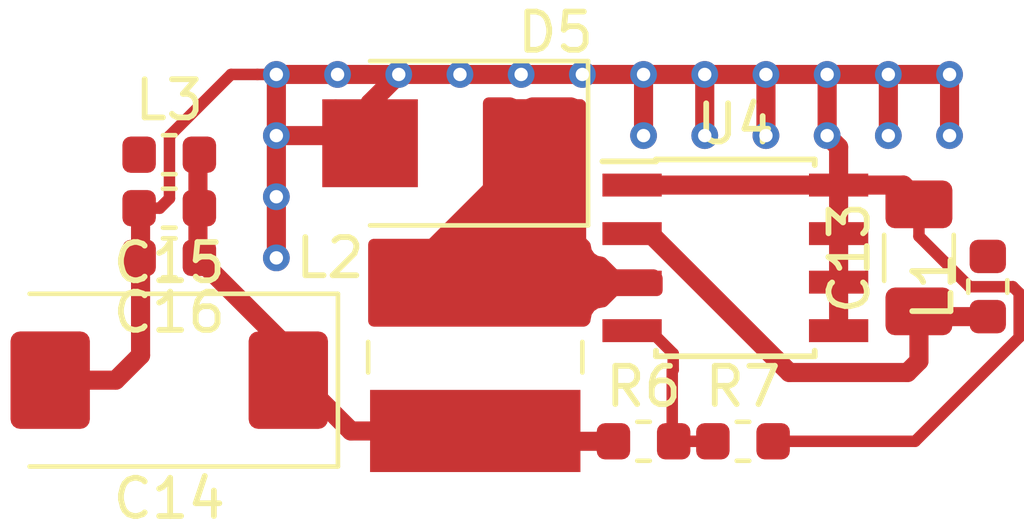
<source format=kicad_pcb>
(kicad_pcb (version 20171130) (host pcbnew 5.0.0+dfsg1-2~bpo9+1)

  (general
    (thickness 1.6)
    (drawings 0)
    (tracks 102)
    (zones 0)
    (modules 11)
    (nets 6)
  )

  (page A4)
  (layers
    (0 F.Cu signal)
    (31 B.Cu signal)
    (32 B.Adhes user)
    (33 F.Adhes user)
    (34 B.Paste user)
    (35 F.Paste user)
    (36 B.SilkS user)
    (37 F.SilkS user)
    (38 B.Mask user)
    (39 F.Mask user)
    (40 Dwgs.User user)
    (41 Cmts.User user)
    (42 Eco1.User user)
    (43 Eco2.User user)
    (44 Edge.Cuts user)
    (45 Margin user)
    (46 B.CrtYd user)
    (47 F.CrtYd user)
    (48 B.Fab user hide)
    (49 F.Fab user hide)
  )

  (setup
    (last_trace_width 0.3)
    (user_trace_width 0.3)
    (user_trace_width 0.5)
    (trace_clearance 0.195)
    (zone_clearance 0.3)
    (zone_45_only yes)
    (trace_min 0.2)
    (segment_width 0.2)
    (edge_width 0.1)
    (via_size 0.7)
    (via_drill 0.35)
    (via_min_size 0.4)
    (via_min_drill 0.3)
    (uvia_size 0.3)
    (uvia_drill 0.1)
    (uvias_allowed no)
    (uvia_min_size 0.2)
    (uvia_min_drill 0.1)
    (pcb_text_width 0.3)
    (pcb_text_size 1.5 1.5)
    (mod_edge_width 0.15)
    (mod_text_size 1 1)
    (mod_text_width 0.15)
    (pad_size 0.7 0.7)
    (pad_drill 0.35)
    (pad_to_mask_clearance 0)
    (aux_axis_origin 0 0)
    (visible_elements FFFFFF7F)
    (pcbplotparams
      (layerselection 0x00030_80000001)
      (usegerberextensions false)
      (usegerberattributes false)
      (usegerberadvancedattributes false)
      (creategerberjobfile false)
      (excludeedgelayer true)
      (linewidth 0.100000)
      (plotframeref false)
      (viasonmask false)
      (mode 1)
      (useauxorigin false)
      (hpglpennumber 1)
      (hpglpenspeed 20)
      (hpglpendiameter 15.000000)
      (psnegative false)
      (psa4output false)
      (plotreference true)
      (plotvalue true)
      (plotinvisibletext false)
      (padsonsilk false)
      (subtractmaskfromsilk false)
      (outputformat 1)
      (mirror false)
      (drillshape 1)
      (scaleselection 1)
      (outputdirectory ""))
  )

  (net 0 "")
  (net 1 /VIN_PROTECTED)
  (net 2 GND)
  (net 3 /5V_UNPROTECTED)
  (net 4 /SW)
  (net 5 /FB)

  (net_class Default "This is the default net class."
    (clearance 0.195)
    (trace_width 0.3)
    (via_dia 0.7)
    (via_drill 0.35)
    (uvia_dia 0.3)
    (uvia_drill 0.1)
    (add_net /FB)
  )

  (net_class Power ""
    (clearance 0.195)
    (trace_width 0.5)
    (via_dia 0.7)
    (via_drill 0.35)
    (uvia_dia 0.3)
    (uvia_drill 0.1)
    (add_net /5V_UNPROTECTED)
    (add_net /SW)
    (add_net /VIN_PROTECTED)
    (add_net GND)
  )

  (module Capacitor_SMD:C_1206_3216Metric (layer F.Cu) (tedit 5B301BBE) (tstamp 5BB352E3)
    (at 152.8 100 90)
    (descr "Capacitor SMD 1206 (3216 Metric), square (rectangular) end terminal, IPC_7351 nominal, (Body size source: http://www.tortai-tech.com/upload/download/2011102023233369053.pdf), generated with kicad-footprint-generator")
    (tags capacitor)
    (path /5BA11196)
    (attr smd)
    (fp_text reference C13 (at 0 -1.82 90) (layer F.SilkS)
      (effects (font (size 1 1) (thickness 0.15)))
    )
    (fp_text value "22uF, 35V" (at 0 1.82 90) (layer F.Fab)
      (effects (font (size 1 1) (thickness 0.15)))
    )
    (fp_line (start -1.6 0.8) (end -1.6 -0.8) (layer F.Fab) (width 0.1))
    (fp_line (start -1.6 -0.8) (end 1.6 -0.8) (layer F.Fab) (width 0.1))
    (fp_line (start 1.6 -0.8) (end 1.6 0.8) (layer F.Fab) (width 0.1))
    (fp_line (start 1.6 0.8) (end -1.6 0.8) (layer F.Fab) (width 0.1))
    (fp_line (start -0.602064 -0.91) (end 0.602064 -0.91) (layer F.SilkS) (width 0.12))
    (fp_line (start -0.602064 0.91) (end 0.602064 0.91) (layer F.SilkS) (width 0.12))
    (fp_line (start -2.28 1.12) (end -2.28 -1.12) (layer F.CrtYd) (width 0.05))
    (fp_line (start -2.28 -1.12) (end 2.28 -1.12) (layer F.CrtYd) (width 0.05))
    (fp_line (start 2.28 -1.12) (end 2.28 1.12) (layer F.CrtYd) (width 0.05))
    (fp_line (start 2.28 1.12) (end -2.28 1.12) (layer F.CrtYd) (width 0.05))
    (fp_text user %R (at 0 0 90) (layer F.Fab)
      (effects (font (size 0.8 0.8) (thickness 0.12)))
    )
    (pad 1 smd roundrect (at -1.4 0 90) (size 1.25 1.75) (layers F.Cu F.Paste F.Mask) (roundrect_rratio 0.2)
      (net 1 /VIN_PROTECTED))
    (pad 2 smd roundrect (at 1.4 0 90) (size 1.25 1.75) (layers F.Cu F.Paste F.Mask) (roundrect_rratio 0.2)
      (net 2 GND))
    (model ${KISYS3DMOD}/Capacitor_SMD.3dshapes/C_1206_3216Metric.wrl
      (at (xyz 0 0 0))
      (scale (xyz 1 1 1))
      (rotate (xyz 0 0 0))
    )
  )

  (module Capacitor_Tantalum_SMD:CP_EIA-7343-31_Kemet-D (layer F.Cu) (tedit 5B301BBE) (tstamp 5BB352F3)
    (at 133.2 103.2 180)
    (descr "Tantalum Capacitor SMD Kemet-D (7343-31 Metric), IPC_7351 nominal, (Body size from: http://www.kemet.com/Lists/ProductCatalog/Attachments/253/KEM_TC101_STD.pdf), generated with kicad-footprint-generator")
    (tags "capacitor tantalum")
    (path /5BA110CE)
    (attr smd)
    (fp_text reference C14 (at 0 -3.1 180) (layer F.SilkS)
      (effects (font (size 1 1) (thickness 0.15)))
    )
    (fp_text value "470u, 6.3V" (at 0 3.1 180) (layer F.Fab)
      (effects (font (size 1 1) (thickness 0.15)))
    )
    (fp_line (start 3.65 -2.15) (end -2.65 -2.15) (layer F.Fab) (width 0.1))
    (fp_line (start -2.65 -2.15) (end -3.65 -1.15) (layer F.Fab) (width 0.1))
    (fp_line (start -3.65 -1.15) (end -3.65 2.15) (layer F.Fab) (width 0.1))
    (fp_line (start -3.65 2.15) (end 3.65 2.15) (layer F.Fab) (width 0.1))
    (fp_line (start 3.65 2.15) (end 3.65 -2.15) (layer F.Fab) (width 0.1))
    (fp_line (start 3.65 -2.26) (end -4.41 -2.26) (layer F.SilkS) (width 0.12))
    (fp_line (start -4.41 -2.26) (end -4.41 2.26) (layer F.SilkS) (width 0.12))
    (fp_line (start -4.41 2.26) (end 3.65 2.26) (layer F.SilkS) (width 0.12))
    (fp_line (start -4.4 2.4) (end -4.4 -2.4) (layer F.CrtYd) (width 0.05))
    (fp_line (start -4.4 -2.4) (end 4.4 -2.4) (layer F.CrtYd) (width 0.05))
    (fp_line (start 4.4 -2.4) (end 4.4 2.4) (layer F.CrtYd) (width 0.05))
    (fp_line (start 4.4 2.4) (end -4.4 2.4) (layer F.CrtYd) (width 0.05))
    (fp_text user %R (at 0 0 180) (layer F.Fab)
      (effects (font (size 1 1) (thickness 0.15)))
    )
    (pad 1 smd roundrect (at -3.1125 0 180) (size 2.075 2.55) (layers F.Cu F.Paste F.Mask) (roundrect_rratio 0.120482)
      (net 3 /5V_UNPROTECTED))
    (pad 2 smd roundrect (at 3.1125 0 180) (size 2.075 2.55) (layers F.Cu F.Paste F.Mask) (roundrect_rratio 0.120482)
      (net 2 GND))
    (model ${KISYS3DMOD}/Capacitor_Tantalum_SMD.3dshapes/CP_EIA-7343-31_Kemet-D.wrl
      (at (xyz 0 0 0))
      (scale (xyz 1 1 1))
      (rotate (xyz 0 0 0))
    )
  )

  (module Capacitor_SMD:C_0603_1608Metric (layer F.Cu) (tedit 5B301BBE) (tstamp 5BB35305)
    (at 133.2 98.7 180)
    (descr "Capacitor SMD 0603 (1608 Metric), square (rectangular) end terminal, IPC_7351 nominal, (Body size source: http://www.tortai-tech.com/upload/download/2011102023233369053.pdf), generated with kicad-footprint-generator")
    (tags capacitor)
    (path /5BA11119)
    (attr smd)
    (fp_text reference C15 (at 0 -1.43 180) (layer F.SilkS)
      (effects (font (size 1 1) (thickness 0.15)))
    )
    (fp_text value "4u7, 6.3V" (at 0 1.43 180) (layer F.Fab)
      (effects (font (size 1 1) (thickness 0.15)))
    )
    (fp_line (start -0.8 0.4) (end -0.8 -0.4) (layer F.Fab) (width 0.1))
    (fp_line (start -0.8 -0.4) (end 0.8 -0.4) (layer F.Fab) (width 0.1))
    (fp_line (start 0.8 -0.4) (end 0.8 0.4) (layer F.Fab) (width 0.1))
    (fp_line (start 0.8 0.4) (end -0.8 0.4) (layer F.Fab) (width 0.1))
    (fp_line (start -0.162779 -0.51) (end 0.162779 -0.51) (layer F.SilkS) (width 0.12))
    (fp_line (start -0.162779 0.51) (end 0.162779 0.51) (layer F.SilkS) (width 0.12))
    (fp_line (start -1.48 0.73) (end -1.48 -0.73) (layer F.CrtYd) (width 0.05))
    (fp_line (start -1.48 -0.73) (end 1.48 -0.73) (layer F.CrtYd) (width 0.05))
    (fp_line (start 1.48 -0.73) (end 1.48 0.73) (layer F.CrtYd) (width 0.05))
    (fp_line (start 1.48 0.73) (end -1.48 0.73) (layer F.CrtYd) (width 0.05))
    (fp_text user %R (at 0 0 180) (layer F.Fab)
      (effects (font (size 0.4 0.4) (thickness 0.06)))
    )
    (pad 1 smd roundrect (at -0.7875 0 180) (size 0.875 0.95) (layers F.Cu F.Paste F.Mask) (roundrect_rratio 0.25)
      (net 3 /5V_UNPROTECTED))
    (pad 2 smd roundrect (at 0.7875 0 180) (size 0.875 0.95) (layers F.Cu F.Paste F.Mask) (roundrect_rratio 0.25)
      (net 2 GND))
    (model ${KISYS3DMOD}/Capacitor_SMD.3dshapes/C_0603_1608Metric.wrl
      (at (xyz 0 0 0))
      (scale (xyz 1 1 1))
      (rotate (xyz 0 0 0))
    )
  )

  (module Capacitor_SMD:C_0603_1608Metric (layer F.Cu) (tedit 5B301BBE) (tstamp 5BB35315)
    (at 133.2 100 180)
    (descr "Capacitor SMD 0603 (1608 Metric), square (rectangular) end terminal, IPC_7351 nominal, (Body size source: http://www.tortai-tech.com/upload/download/2011102023233369053.pdf), generated with kicad-footprint-generator")
    (tags capacitor)
    (path /5BA11162)
    (attr smd)
    (fp_text reference C16 (at 0 -1.43 180) (layer F.SilkS)
      (effects (font (size 1 1) (thickness 0.15)))
    )
    (fp_text value 100n (at 0 1.43 180) (layer F.Fab)
      (effects (font (size 1 1) (thickness 0.15)))
    )
    (fp_text user %R (at 0 0 180) (layer F.Fab)
      (effects (font (size 0.4 0.4) (thickness 0.06)))
    )
    (fp_line (start 1.48 0.73) (end -1.48 0.73) (layer F.CrtYd) (width 0.05))
    (fp_line (start 1.48 -0.73) (end 1.48 0.73) (layer F.CrtYd) (width 0.05))
    (fp_line (start -1.48 -0.73) (end 1.48 -0.73) (layer F.CrtYd) (width 0.05))
    (fp_line (start -1.48 0.73) (end -1.48 -0.73) (layer F.CrtYd) (width 0.05))
    (fp_line (start -0.162779 0.51) (end 0.162779 0.51) (layer F.SilkS) (width 0.12))
    (fp_line (start -0.162779 -0.51) (end 0.162779 -0.51) (layer F.SilkS) (width 0.12))
    (fp_line (start 0.8 0.4) (end -0.8 0.4) (layer F.Fab) (width 0.1))
    (fp_line (start 0.8 -0.4) (end 0.8 0.4) (layer F.Fab) (width 0.1))
    (fp_line (start -0.8 -0.4) (end 0.8 -0.4) (layer F.Fab) (width 0.1))
    (fp_line (start -0.8 0.4) (end -0.8 -0.4) (layer F.Fab) (width 0.1))
    (pad 2 smd roundrect (at 0.7875 0 180) (size 0.875 0.95) (layers F.Cu F.Paste F.Mask) (roundrect_rratio 0.25)
      (net 2 GND))
    (pad 1 smd roundrect (at -0.7875 0 180) (size 0.875 0.95) (layers F.Cu F.Paste F.Mask) (roundrect_rratio 0.25)
      (net 3 /5V_UNPROTECTED))
    (model ${KISYS3DMOD}/Capacitor_SMD.3dshapes/C_0603_1608Metric.wrl
      (at (xyz 0 0 0))
      (scale (xyz 1 1 1))
      (rotate (xyz 0 0 0))
    )
  )

  (module Diode_SMD:D_SMB (layer F.Cu) (tedit 58645DF3) (tstamp 5BB35325)
    (at 140.6 97 180)
    (descr "Diode SMB (DO-214AA)")
    (tags "Diode SMB (DO-214AA)")
    (path /5BA10E06)
    (attr smd)
    (fp_text reference D5 (at -2.7 2.9 180) (layer F.SilkS)
      (effects (font (size 1 1) (thickness 0.15)))
    )
    (fp_text value "B260, 60V, 2A" (at 0 3.1 180) (layer F.Fab)
      (effects (font (size 1 1) (thickness 0.15)))
    )
    (fp_text user %R (at 0 -3 180) (layer F.Fab)
      (effects (font (size 1 1) (thickness 0.15)))
    )
    (fp_line (start -3.55 -2.15) (end -3.55 2.15) (layer F.SilkS) (width 0.12))
    (fp_line (start 2.3 2) (end -2.3 2) (layer F.Fab) (width 0.1))
    (fp_line (start -2.3 2) (end -2.3 -2) (layer F.Fab) (width 0.1))
    (fp_line (start 2.3 -2) (end 2.3 2) (layer F.Fab) (width 0.1))
    (fp_line (start 2.3 -2) (end -2.3 -2) (layer F.Fab) (width 0.1))
    (fp_line (start -3.65 -2.25) (end 3.65 -2.25) (layer F.CrtYd) (width 0.05))
    (fp_line (start 3.65 -2.25) (end 3.65 2.25) (layer F.CrtYd) (width 0.05))
    (fp_line (start 3.65 2.25) (end -3.65 2.25) (layer F.CrtYd) (width 0.05))
    (fp_line (start -3.65 2.25) (end -3.65 -2.25) (layer F.CrtYd) (width 0.05))
    (fp_line (start -0.64944 0.00102) (end -1.55114 0.00102) (layer F.Fab) (width 0.1))
    (fp_line (start 0.50118 0.00102) (end 1.4994 0.00102) (layer F.Fab) (width 0.1))
    (fp_line (start -0.64944 -0.79908) (end -0.64944 0.80112) (layer F.Fab) (width 0.1))
    (fp_line (start 0.50118 0.75032) (end 0.50118 -0.79908) (layer F.Fab) (width 0.1))
    (fp_line (start -0.64944 0.00102) (end 0.50118 0.75032) (layer F.Fab) (width 0.1))
    (fp_line (start -0.64944 0.00102) (end 0.50118 -0.79908) (layer F.Fab) (width 0.1))
    (fp_line (start -3.55 2.15) (end 2.15 2.15) (layer F.SilkS) (width 0.12))
    (fp_line (start -3.55 -2.15) (end 2.15 -2.15) (layer F.SilkS) (width 0.12))
    (pad 1 smd rect (at -2.15 0 180) (size 2.5 2.3) (layers F.Cu F.Paste F.Mask)
      (net 4 /SW))
    (pad 2 smd rect (at 2.15 0 180) (size 2.5 2.3) (layers F.Cu F.Paste F.Mask)
      (net 2 GND))
    (model ${KISYS3DMOD}/Diode_SMD.3dshapes/D_SMB.wrl
      (at (xyz 0 0 0))
      (scale (xyz 1 1 1))
      (rotate (xyz 0 0 0))
    )
  )

  (module Resistor_SMD:R_0603_1608Metric (layer F.Cu) (tedit 5B301BBD) (tstamp 5BB3533C)
    (at 154.6 100.75 90)
    (descr "Resistor SMD 0603 (1608 Metric), square (rectangular) end terminal, IPC_7351 nominal, (Body size source: http://www.tortai-tech.com/upload/download/2011102023233369053.pdf), generated with kicad-footprint-generator")
    (tags resistor)
    (path /5BA2521F)
    (attr smd)
    (fp_text reference L1 (at 0 -1.43 90) (layer F.SilkS)
      (effects (font (size 1 1) (thickness 0.15)))
    )
    (fp_text value "500mA Fuse" (at 0 1.43 90) (layer F.Fab)
      (effects (font (size 1 1) (thickness 0.15)))
    )
    (fp_text user %R (at 0 0 90) (layer F.Fab)
      (effects (font (size 0.4 0.4) (thickness 0.06)))
    )
    (fp_line (start 1.48 0.73) (end -1.48 0.73) (layer F.CrtYd) (width 0.05))
    (fp_line (start 1.48 -0.73) (end 1.48 0.73) (layer F.CrtYd) (width 0.05))
    (fp_line (start -1.48 -0.73) (end 1.48 -0.73) (layer F.CrtYd) (width 0.05))
    (fp_line (start -1.48 0.73) (end -1.48 -0.73) (layer F.CrtYd) (width 0.05))
    (fp_line (start -0.162779 0.51) (end 0.162779 0.51) (layer F.SilkS) (width 0.12))
    (fp_line (start -0.162779 -0.51) (end 0.162779 -0.51) (layer F.SilkS) (width 0.12))
    (fp_line (start 0.8 0.4) (end -0.8 0.4) (layer F.Fab) (width 0.1))
    (fp_line (start 0.8 -0.4) (end 0.8 0.4) (layer F.Fab) (width 0.1))
    (fp_line (start -0.8 -0.4) (end 0.8 -0.4) (layer F.Fab) (width 0.1))
    (fp_line (start -0.8 0.4) (end -0.8 -0.4) (layer F.Fab) (width 0.1))
    (pad 2 smd roundrect (at 0.7875 0 90) (size 0.875 0.95) (layers F.Cu F.Paste F.Mask) (roundrect_rratio 0.25))
    (pad 1 smd roundrect (at -0.7875 0 90) (size 0.875 0.95) (layers F.Cu F.Paste F.Mask) (roundrect_rratio 0.25)
      (net 1 /VIN_PROTECTED))
    (model ${KISYS3DMOD}/Resistor_SMD.3dshapes/R_0603_1608Metric.wrl
      (at (xyz 0 0 0))
      (scale (xyz 1 1 1))
      (rotate (xyz 0 0 0))
    )
  )

  (module Inductor_SMD:L_Wuerth_WE-PD2-Typ-MS (layer F.Cu) (tedit 5990349D) (tstamp 5BB3534C)
    (at 141.2 102.6 270)
    (descr "Choke, Drossel, WE-PD2, Typ MS, Wuerth, SMD,")
    (tags "Choke Drossel WE-PD2 TypMS Wuerth SMD ")
    (path /5BA10FBE)
    (attr smd)
    (fp_text reference L2 (at -2.6 3.8) (layer F.SilkS)
      (effects (font (size 1 1) (thickness 0.15)))
    )
    (fp_text value "68uH, 560mA" (at 0 4 270) (layer F.Fab)
      (effects (font (size 1 1) (thickness 0.15)))
    )
    (fp_text user %R (at 0 0 270) (layer F.Fab)
      (effects (font (size 1 1) (thickness 0.15)))
    )
    (fp_line (start -2.2 -2.6) (end 2.2 -2.6) (layer F.Fab) (width 0.1))
    (fp_line (start 2.2 2.6) (end -2.2 2.6) (layer F.Fab) (width 0.1))
    (fp_line (start 3.25 -3) (end 3.25 3) (layer F.CrtYd) (width 0.05))
    (fp_line (start 3.25 3) (end -3.25 3) (layer F.CrtYd) (width 0.05))
    (fp_line (start -3.25 3) (end -3.25 -3) (layer F.CrtYd) (width 0.05))
    (fp_line (start -3.25 -3) (end 3.25 -3) (layer F.CrtYd) (width 0.05))
    (fp_line (start -0.4 2.8) (end 0.4 2.8) (layer F.SilkS) (width 0.12))
    (fp_line (start -0.4 -2.8) (end 0.4 -2.8) (layer F.SilkS) (width 0.12))
    (fp_arc (start -2.9 0) (end 2.3 -2.5) (angle 52) (layer F.Fab) (width 0.1))
    (fp_arc (start 2.9 0) (end -2.3 2.5) (angle 52) (layer F.Fab) (width 0.1))
    (pad 1 smd rect (at -1.93 0 270) (size 2.15 5.5) (layers F.Cu F.Paste F.Mask)
      (net 4 /SW))
    (pad 2 smd rect (at 1.93 0 270) (size 2.15 5.5) (layers F.Cu F.Paste F.Mask)
      (net 3 /5V_UNPROTECTED))
    (model ${KISYS3DMOD}/Inductor_SMD.3dshapes/L_Wuerth_WE-PD2-Typ-MS.wrl
      (at (xyz 0 0 0))
      (scale (xyz 1 1 1))
      (rotate (xyz 0 0 0))
    )
  )

  (module Resistor_SMD:R_0603_1608Metric (layer F.Cu) (tedit 5B301BBD) (tstamp 5BB3535C)
    (at 133.2 97.3)
    (descr "Resistor SMD 0603 (1608 Metric), square (rectangular) end terminal, IPC_7351 nominal, (Body size source: http://www.tortai-tech.com/upload/download/2011102023233369053.pdf), generated with kicad-footprint-generator")
    (tags resistor)
    (path /5BA24C16)
    (attr smd)
    (fp_text reference L3 (at 0 -1.43) (layer F.SilkS)
      (effects (font (size 1 1) (thickness 0.15)))
    )
    (fp_text value "500mA Fuse" (at 0 1.43) (layer F.Fab)
      (effects (font (size 1 1) (thickness 0.15)))
    )
    (fp_line (start -0.8 0.4) (end -0.8 -0.4) (layer F.Fab) (width 0.1))
    (fp_line (start -0.8 -0.4) (end 0.8 -0.4) (layer F.Fab) (width 0.1))
    (fp_line (start 0.8 -0.4) (end 0.8 0.4) (layer F.Fab) (width 0.1))
    (fp_line (start 0.8 0.4) (end -0.8 0.4) (layer F.Fab) (width 0.1))
    (fp_line (start -0.162779 -0.51) (end 0.162779 -0.51) (layer F.SilkS) (width 0.12))
    (fp_line (start -0.162779 0.51) (end 0.162779 0.51) (layer F.SilkS) (width 0.12))
    (fp_line (start -1.48 0.73) (end -1.48 -0.73) (layer F.CrtYd) (width 0.05))
    (fp_line (start -1.48 -0.73) (end 1.48 -0.73) (layer F.CrtYd) (width 0.05))
    (fp_line (start 1.48 -0.73) (end 1.48 0.73) (layer F.CrtYd) (width 0.05))
    (fp_line (start 1.48 0.73) (end -1.48 0.73) (layer F.CrtYd) (width 0.05))
    (fp_text user %R (at 0 0) (layer F.Fab)
      (effects (font (size 0.4 0.4) (thickness 0.06)))
    )
    (pad 1 smd roundrect (at -0.7875 0) (size 0.875 0.95) (layers F.Cu F.Paste F.Mask) (roundrect_rratio 0.25))
    (pad 2 smd roundrect (at 0.7875 0) (size 0.875 0.95) (layers F.Cu F.Paste F.Mask) (roundrect_rratio 0.25)
      (net 3 /5V_UNPROTECTED))
    (model ${KISYS3DMOD}/Resistor_SMD.3dshapes/R_0603_1608Metric.wrl
      (at (xyz 0 0 0))
      (scale (xyz 1 1 1))
      (rotate (xyz 0 0 0))
    )
  )

  (module Resistor_SMD:R_0603_1608Metric (layer F.Cu) (tedit 5B301BBD) (tstamp 5BB3536C)
    (at 145.6 104.8)
    (descr "Resistor SMD 0603 (1608 Metric), square (rectangular) end terminal, IPC_7351 nominal, (Body size source: http://www.tortai-tech.com/upload/download/2011102023233369053.pdf), generated with kicad-footprint-generator")
    (tags resistor)
    (path /5BA11005)
    (attr smd)
    (fp_text reference R6 (at 0 -1.43) (layer F.SilkS)
      (effects (font (size 1 1) (thickness 0.15)))
    )
    (fp_text value 15k (at 0 1.43) (layer F.Fab)
      (effects (font (size 1 1) (thickness 0.15)))
    )
    (fp_line (start -0.8 0.4) (end -0.8 -0.4) (layer F.Fab) (width 0.1))
    (fp_line (start -0.8 -0.4) (end 0.8 -0.4) (layer F.Fab) (width 0.1))
    (fp_line (start 0.8 -0.4) (end 0.8 0.4) (layer F.Fab) (width 0.1))
    (fp_line (start 0.8 0.4) (end -0.8 0.4) (layer F.Fab) (width 0.1))
    (fp_line (start -0.162779 -0.51) (end 0.162779 -0.51) (layer F.SilkS) (width 0.12))
    (fp_line (start -0.162779 0.51) (end 0.162779 0.51) (layer F.SilkS) (width 0.12))
    (fp_line (start -1.48 0.73) (end -1.48 -0.73) (layer F.CrtYd) (width 0.05))
    (fp_line (start -1.48 -0.73) (end 1.48 -0.73) (layer F.CrtYd) (width 0.05))
    (fp_line (start 1.48 -0.73) (end 1.48 0.73) (layer F.CrtYd) (width 0.05))
    (fp_line (start 1.48 0.73) (end -1.48 0.73) (layer F.CrtYd) (width 0.05))
    (fp_text user %R (at 0 0) (layer F.Fab)
      (effects (font (size 0.4 0.4) (thickness 0.06)))
    )
    (pad 1 smd roundrect (at -0.7875 0) (size 0.875 0.95) (layers F.Cu F.Paste F.Mask) (roundrect_rratio 0.25)
      (net 3 /5V_UNPROTECTED))
    (pad 2 smd roundrect (at 0.7875 0) (size 0.875 0.95) (layers F.Cu F.Paste F.Mask) (roundrect_rratio 0.25)
      (net 5 /FB))
    (model ${KISYS3DMOD}/Resistor_SMD.3dshapes/R_0603_1608Metric.wrl
      (at (xyz 0 0 0))
      (scale (xyz 1 1 1))
      (rotate (xyz 0 0 0))
    )
  )

  (module Resistor_SMD:R_0603_1608Metric (layer F.Cu) (tedit 5B301BBD) (tstamp 5BB3537C)
    (at 148.2 104.8)
    (descr "Resistor SMD 0603 (1608 Metric), square (rectangular) end terminal, IPC_7351 nominal, (Body size source: http://www.tortai-tech.com/upload/download/2011102023233369053.pdf), generated with kicad-footprint-generator")
    (tags resistor)
    (path /5BA1109C)
    (attr smd)
    (fp_text reference R7 (at 0 -1.43) (layer F.SilkS)
      (effects (font (size 1 1) (thickness 0.15)))
    )
    (fp_text value 4k7 (at 0 1.43) (layer F.Fab)
      (effects (font (size 1 1) (thickness 0.15)))
    )
    (fp_text user %R (at 0 0) (layer F.Fab)
      (effects (font (size 0.4 0.4) (thickness 0.06)))
    )
    (fp_line (start 1.48 0.73) (end -1.48 0.73) (layer F.CrtYd) (width 0.05))
    (fp_line (start 1.48 -0.73) (end 1.48 0.73) (layer F.CrtYd) (width 0.05))
    (fp_line (start -1.48 -0.73) (end 1.48 -0.73) (layer F.CrtYd) (width 0.05))
    (fp_line (start -1.48 0.73) (end -1.48 -0.73) (layer F.CrtYd) (width 0.05))
    (fp_line (start -0.162779 0.51) (end 0.162779 0.51) (layer F.SilkS) (width 0.12))
    (fp_line (start -0.162779 -0.51) (end 0.162779 -0.51) (layer F.SilkS) (width 0.12))
    (fp_line (start 0.8 0.4) (end -0.8 0.4) (layer F.Fab) (width 0.1))
    (fp_line (start 0.8 -0.4) (end 0.8 0.4) (layer F.Fab) (width 0.1))
    (fp_line (start -0.8 -0.4) (end 0.8 -0.4) (layer F.Fab) (width 0.1))
    (fp_line (start -0.8 0.4) (end -0.8 -0.4) (layer F.Fab) (width 0.1))
    (pad 2 smd roundrect (at 0.7875 0) (size 0.875 0.95) (layers F.Cu F.Paste F.Mask) (roundrect_rratio 0.25)
      (net 2 GND))
    (pad 1 smd roundrect (at -0.7875 0) (size 0.875 0.95) (layers F.Cu F.Paste F.Mask) (roundrect_rratio 0.25)
      (net 5 /FB))
    (model ${KISYS3DMOD}/Resistor_SMD.3dshapes/R_0603_1608Metric.wrl
      (at (xyz 0 0 0))
      (scale (xyz 1 1 1))
      (rotate (xyz 0 0 0))
    )
  )

  (module Package_SO:SOIC-8_3.9x4.9mm_P1.27mm (layer F.Cu) (tedit 5A02F2D3) (tstamp 5BB3538C)
    (at 148 100)
    (descr "8-Lead Plastic Small Outline (SN) - Narrow, 3.90 mm Body [SOIC] (see Microchip Packaging Specification 00000049BS.pdf)")
    (tags "SOIC 1.27")
    (path /5BA10D91)
    (attr smd)
    (fp_text reference U4 (at 0 -3.5) (layer F.SilkS)
      (effects (font (size 1 1) (thickness 0.15)))
    )
    (fp_text value MIC4680YM (at 0 3.5) (layer F.Fab)
      (effects (font (size 1 1) (thickness 0.15)))
    )
    (fp_text user %R (at 0 0) (layer F.Fab)
      (effects (font (size 1 1) (thickness 0.15)))
    )
    (fp_line (start -0.95 -2.45) (end 1.95 -2.45) (layer F.Fab) (width 0.1))
    (fp_line (start 1.95 -2.45) (end 1.95 2.45) (layer F.Fab) (width 0.1))
    (fp_line (start 1.95 2.45) (end -1.95 2.45) (layer F.Fab) (width 0.1))
    (fp_line (start -1.95 2.45) (end -1.95 -1.45) (layer F.Fab) (width 0.1))
    (fp_line (start -1.95 -1.45) (end -0.95 -2.45) (layer F.Fab) (width 0.1))
    (fp_line (start -3.73 -2.7) (end -3.73 2.7) (layer F.CrtYd) (width 0.05))
    (fp_line (start 3.73 -2.7) (end 3.73 2.7) (layer F.CrtYd) (width 0.05))
    (fp_line (start -3.73 -2.7) (end 3.73 -2.7) (layer F.CrtYd) (width 0.05))
    (fp_line (start -3.73 2.7) (end 3.73 2.7) (layer F.CrtYd) (width 0.05))
    (fp_line (start -2.075 -2.575) (end -2.075 -2.525) (layer F.SilkS) (width 0.15))
    (fp_line (start 2.075 -2.575) (end 2.075 -2.43) (layer F.SilkS) (width 0.15))
    (fp_line (start 2.075 2.575) (end 2.075 2.43) (layer F.SilkS) (width 0.15))
    (fp_line (start -2.075 2.575) (end -2.075 2.43) (layer F.SilkS) (width 0.15))
    (fp_line (start -2.075 -2.575) (end 2.075 -2.575) (layer F.SilkS) (width 0.15))
    (fp_line (start -2.075 2.575) (end 2.075 2.575) (layer F.SilkS) (width 0.15))
    (fp_line (start -2.075 -2.525) (end -3.475 -2.525) (layer F.SilkS) (width 0.15))
    (pad 1 smd rect (at -2.7 -1.905) (size 1.55 0.6) (layers F.Cu F.Paste F.Mask)
      (net 2 GND))
    (pad 2 smd rect (at -2.7 -0.635) (size 1.55 0.6) (layers F.Cu F.Paste F.Mask)
      (net 1 /VIN_PROTECTED))
    (pad 3 smd rect (at -2.7 0.635) (size 1.55 0.6) (layers F.Cu F.Paste F.Mask)
      (net 4 /SW))
    (pad 4 smd rect (at -2.7 1.905) (size 1.55 0.6) (layers F.Cu F.Paste F.Mask)
      (net 5 /FB))
    (pad 5 smd rect (at 2.7 1.905) (size 1.55 0.6) (layers F.Cu F.Paste F.Mask)
      (net 2 GND))
    (pad 6 smd rect (at 2.7 0.635) (size 1.55 0.6) (layers F.Cu F.Paste F.Mask)
      (net 2 GND))
    (pad 7 smd rect (at 2.7 -0.635) (size 1.55 0.6) (layers F.Cu F.Paste F.Mask)
      (net 2 GND))
    (pad 8 smd rect (at 2.7 -1.905) (size 1.55 0.6) (layers F.Cu F.Paste F.Mask)
      (net 2 GND))
    (model ${KISYS3DMOD}/Package_SO.3dshapes/SOIC-8_3.9x4.9mm_P1.27mm.wrl
      (at (xyz 0 0 0))
      (scale (xyz 1 1 1))
      (rotate (xyz 0 0 0))
    )
  )

  (segment (start 152.9375 101.5375) (end 152.8 101.4) (width 0.5) (layer F.Cu) (net 1))
  (segment (start 154.6 101.5375) (end 152.9375 101.5375) (width 0.5) (layer F.Cu) (net 1))
  (segment (start 145.775 99.365) (end 149.060001 102.650001) (width 0.5) (layer F.Cu) (net 1))
  (segment (start 145.3 99.365) (end 145.775 99.365) (width 0.5) (layer F.Cu) (net 1))
  (segment (start 152.5 103) (end 149.41 103) (width 0.5) (layer F.Cu) (net 1))
  (segment (start 149.41 103) (end 149.060001 102.650001) (width 0.5) (layer F.Cu) (net 1))
  (segment (start 152.8 102.7) (end 152.5 103) (width 0.5) (layer F.Cu) (net 1))
  (segment (start 152.8 101.4) (end 152.8 102.7) (width 0.5) (layer F.Cu) (net 1))
  (segment (start 145.6 96.8) (end 145.6 95.2) (width 0.5) (layer F.Cu) (net 2))
  (segment (start 147.2 96.8) (end 147.2 95.2) (width 0.5) (layer F.Cu) (net 2))
  (segment (start 148.8 96.8) (end 148.8 95.2) (width 0.5) (layer F.Cu) (net 2))
  (segment (start 150.7 98.095) (end 150.7 97.1) (width 0.5) (layer F.Cu) (net 2))
  (segment (start 150.7 97.1) (end 150.4 96.8) (width 0.5) (layer F.Cu) (net 2))
  (segment (start 150.4 96.8) (end 150.4 95.2) (width 0.5) (layer F.Cu) (net 2))
  (segment (start 152 96.8) (end 152 95.2) (width 0.5) (layer F.Cu) (net 2))
  (segment (start 153.6 95.2) (end 153.6 96.8) (width 0.5) (layer F.Cu) (net 2))
  (segment (start 152 95.2) (end 153.6 95.2) (width 0.5) (layer F.Cu) (net 2))
  (segment (start 150.4 95.2) (end 152 95.2) (width 0.5) (layer F.Cu) (net 2))
  (segment (start 148.8 95.2) (end 150.4 95.2) (width 0.5) (layer F.Cu) (net 2))
  (segment (start 147.2 95.2) (end 148.8 95.2) (width 0.5) (layer F.Cu) (net 2))
  (segment (start 145.6 95.2) (end 147.2 95.2) (width 0.5) (layer F.Cu) (net 2))
  (segment (start 144 95.2) (end 145.6 95.2) (width 0.5) (layer F.Cu) (net 2))
  (segment (start 142.4 95.2) (end 144 95.2) (width 0.5) (layer F.Cu) (net 2))
  (segment (start 140.8 95.2) (end 142.4 95.2) (width 0.5) (layer F.Cu) (net 2))
  (segment (start 138.45 97) (end 138.45 95.95) (width 0.5) (layer F.Cu) (net 2))
  (segment (start 138.45 95.95) (end 139.2 95.2) (width 0.5) (layer F.Cu) (net 2))
  (segment (start 139.2 95.2) (end 140.8 95.2) (width 0.5) (layer F.Cu) (net 2))
  (segment (start 137.6 95.2) (end 139.2 95.2) (width 0.5) (layer F.Cu) (net 2))
  (segment (start 136 95.2) (end 136 95.2) (width 0.5) (layer F.Cu) (net 2))
  (segment (start 136 96.8) (end 138.25 96.8) (width 0.5) (layer F.Cu) (net 2))
  (segment (start 138.25 96.8) (end 138.45 97) (width 0.5) (layer F.Cu) (net 2))
  (segment (start 136 100) (end 136 98.4) (width 0.5) (layer F.Cu) (net 2))
  (segment (start 136 96.8) (end 136 98.4) (width 0.5) (layer F.Cu) (net 2))
  (segment (start 136 95.2) (end 136 96.8) (width 0.5) (layer F.Cu) (net 2))
  (segment (start 138.55 97) (end 138.45 97) (width 0.5) (layer F.Cu) (net 2))
  (segment (start 132.45 100) (end 132.45 98.7) (width 0.5) (layer F.Cu) (net 2))
  (segment (start 130.025 103.2) (end 131.8 103.2) (width 0.5) (layer F.Cu) (net 2))
  (segment (start 131.8 103.2) (end 132.45 102.55) (width 0.5) (layer F.Cu) (net 2))
  (segment (start 132.45 102.55) (end 132.45 100.875) (width 0.5) (layer F.Cu) (net 2))
  (segment (start 132.45 100.875) (end 132.45 100) (width 0.5) (layer F.Cu) (net 2))
  (segment (start 138.45 97) (end 137.549999 96.099999) (width 0.5) (layer F.Cu) (net 2))
  (segment (start 145.3 98.095) (end 150.7 98.095) (width 0.5) (layer F.Cu) (net 2))
  (segment (start 150.7 98.095) (end 152.395 98.095) (width 0.5) (layer F.Cu) (net 2))
  (segment (start 152.395 98.095) (end 152.8 98.5) (width 0.5) (layer F.Cu) (net 2))
  (segment (start 150.7 99.365) (end 150.7 98.095) (width 0.5) (layer F.Cu) (net 2))
  (segment (start 150.7 100.635) (end 150.7 99.365) (width 0.5) (layer F.Cu) (net 2))
  (segment (start 150.7 101.905) (end 150.7 100.635) (width 0.5) (layer F.Cu) (net 2))
  (segment (start 135.505026 95.2) (end 136 95.2) (width 0.3) (layer F.Cu) (net 2))
  (segment (start 133.20499 96.81023) (end 134.81522 95.2) (width 0.3) (layer F.Cu) (net 2))
  (segment (start 133.20499 98.44501) (end 133.20499 96.81023) (width 0.3) (layer F.Cu) (net 2))
  (segment (start 132.95 98.7) (end 133.20499 98.44501) (width 0.3) (layer F.Cu) (net 2))
  (segment (start 134.81522 95.2) (end 135.505026 95.2) (width 0.3) (layer F.Cu) (net 2))
  (segment (start 132.4125 98.7) (end 132.95 98.7) (width 0.3) (layer F.Cu) (net 2))
  (segment (start 152.8 99.43478) (end 154.12021 100.75499) (width 0.3) (layer F.Cu) (net 2))
  (segment (start 154.12021 100.75499) (end 155.25499 100.75499) (width 0.3) (layer F.Cu) (net 2))
  (segment (start 152.8 98.6) (end 152.8 99.43478) (width 0.3) (layer F.Cu) (net 2))
  (segment (start 155.42001 100.92001) (end 155.42001 102.07999) (width 0.3) (layer F.Cu) (net 2))
  (segment (start 155.25499 100.75499) (end 155.42001 100.92001) (width 0.3) (layer F.Cu) (net 2))
  (segment (start 152.7 104.8) (end 148.9875 104.8) (width 0.3) (layer F.Cu) (net 2))
  (segment (start 155.42001 102.07999) (end 152.7 104.8) (width 0.3) (layer F.Cu) (net 2))
  (segment (start 136 95.2) (end 137.6 95.2) (width 0.5) (layer F.Cu) (net 2) (tstamp 5BB355B3))
  (via (at 136 95.2) (size 0.7) (drill 0.35) (layers F.Cu B.Cu) (net 2))
  (via (at 136 96.8) (size 0.7) (drill 0.35) (layers F.Cu B.Cu) (net 2) (tstamp 5BB355B5))
  (via (at 136 98.4) (size 0.7) (drill 0.35) (layers F.Cu B.Cu) (net 2) (tstamp 5BB355B6))
  (via (at 136 100) (size 0.7) (drill 0.35) (layers F.Cu B.Cu) (net 2) (tstamp 5BB355B7))
  (via (at 137.6 95.2) (size 0.7) (drill 0.35) (layers F.Cu B.Cu) (net 2) (tstamp 5BB355B8))
  (via (at 139.2 95.2) (size 0.7) (drill 0.35) (layers F.Cu B.Cu) (net 2) (tstamp 5BB355B9))
  (via (at 140.8 95.2) (size 0.7) (drill 0.35) (layers F.Cu B.Cu) (net 2) (tstamp 5BB355BA))
  (via (at 142.4 95.2) (size 0.7) (drill 0.35) (layers F.Cu B.Cu) (net 2) (tstamp 5BB355BB))
  (via (at 144 95.2) (size 0.7) (drill 0.35) (layers F.Cu B.Cu) (net 2) (tstamp 5BB355BC))
  (via (at 145.6 95.2) (size 0.7) (drill 0.35) (layers F.Cu B.Cu) (net 2) (tstamp 5BB355BD) (status 1000000))
  (via (at 147.2 95.2) (size 0.7) (drill 0.35) (layers F.Cu B.Cu) (net 2) (tstamp 5BB355BF))
  (via (at 148.8 95.2) (size 0.7) (drill 0.35) (layers F.Cu B.Cu) (net 2) (tstamp 5BB355C0))
  (via (at 150.4 95.2) (size 0.7) (drill 0.35) (layers F.Cu B.Cu) (net 2) (tstamp 5BB355C1))
  (via (at 152 95.2) (size 0.7) (drill 0.35) (layers F.Cu B.Cu) (net 2) (tstamp 5BB355C2))
  (via (at 153.6 95.2) (size 0.7) (drill 0.35) (layers F.Cu B.Cu) (net 2) (tstamp 5BB355C3))
  (via (at 145.6 96.8) (size 0.7) (drill 0.35) (layers F.Cu B.Cu) (net 2) (tstamp 5BB355C4))
  (via (at 147.2 96.8) (size 0.7) (drill 0.35) (layers F.Cu B.Cu) (net 2) (tstamp 5BB355C5))
  (via (at 148.8 96.8) (size 0.7) (drill 0.35) (layers F.Cu B.Cu) (net 2) (tstamp 5BB355C6))
  (via (at 150.4 96.8) (size 0.7) (drill 0.35) (layers F.Cu B.Cu) (net 2) (tstamp 5BB355C7))
  (via (at 152 96.8) (size 0.7) (drill 0.35) (layers F.Cu B.Cu) (net 2) (tstamp 5BB355C8))
  (via (at 153.6 96.8) (size 0.7) (drill 0.35) (layers F.Cu B.Cu) (net 2) (tstamp 5BB355C9))
  (segment (start 133.95 98.7) (end 133.95 97.3) (width 0.5) (layer F.Cu) (net 3))
  (segment (start 133.95 100) (end 133.95 98.7) (width 0.5) (layer F.Cu) (net 3))
  (segment (start 136.375 103.2) (end 136.375 102.425) (width 0.5) (layer F.Cu) (net 3))
  (segment (start 136.375 102.425) (end 133.95 100) (width 0.5) (layer F.Cu) (net 3))
  (segment (start 136.15 102.975) (end 136.375 103.2) (width 0.5) (layer F.Cu) (net 3))
  (segment (start 141.2 104.53) (end 137.95 104.53) (width 0.5) (layer F.Cu) (net 3))
  (segment (start 137.95 104.53) (end 136.62 103.2) (width 0.5) (layer F.Cu) (net 3))
  (segment (start 136.62 103.2) (end 136.375 103.2) (width 0.5) (layer F.Cu) (net 3))
  (segment (start 144.85 104.8) (end 141.47 104.8) (width 0.5) (layer F.Cu) (net 3))
  (segment (start 141.47 104.8) (end 141.2 104.53) (width 0.5) (layer F.Cu) (net 3))
  (segment (start 142.75 97) (end 142.75 99.12) (width 0.5) (layer F.Cu) (net 4))
  (segment (start 142.75 99.12) (end 141.2 100.67) (width 0.5) (layer F.Cu) (net 4))
  (segment (start 145.3 100.635) (end 141.235 100.635) (width 0.5) (layer F.Cu) (net 4))
  (segment (start 141.235 100.635) (end 141.2 100.67) (width 0.5) (layer F.Cu) (net 4))
  (segment (start 147.45 104.8) (end 146.35 104.8) (width 0.3) (layer F.Cu) (net 5))
  (segment (start 146.35 104.8) (end 146.35 102.955) (width 0.3) (layer F.Cu) (net 5))
  (segment (start 146.375 102.505) (end 145.775 101.905) (width 0.3) (layer F.Cu) (net 5))
  (segment (start 146.35 102.955) (end 146.375 102.93) (width 0.3) (layer F.Cu) (net 5))
  (segment (start 146.375 102.93) (end 146.375 102.505) (width 0.3) (layer F.Cu) (net 5))
  (segment (start 145.775 101.905) (end 145.3 101.905) (width 0.3) (layer F.Cu) (net 5))

  (zone (net 4) (net_name /SW) (layer F.Cu) (tstamp 0) (hatch edge 0.508)
    (priority 1)
    (connect_pads yes (clearance 0.3))
    (min_thickness 0.3)
    (fill yes (arc_segments 16) (thermal_gap 0.508) (thermal_bridge_width 0.508))
    (polygon
      (pts
        (xy 144.9 100.3) (xy 146.1 100.3) (xy 146.1 101) (xy 144.9 101) (xy 144.1 101.8)
        (xy 138.4 101.8) (xy 138.4 99.5) (xy 140 99.5) (xy 141.4 98.1) (xy 141.4 95.8)
        (xy 144.1 95.8) (xy 144.1 99.5)
      )
    )
    (filled_polygon
      (pts
        (xy 142.24087 96) (xy 142.55913 96) (xy 142.679841 95.95) (xy 143.720159 95.95) (xy 143.84087 96)
        (xy 143.95 96) (xy 143.95 99.5) (xy 143.961418 99.557403) (xy 143.993934 99.606066) (xy 144.06949 99.681622)
        (xy 144.101109 99.840581) (xy 144.200568 99.989432) (xy 144.349419 100.088891) (xy 144.508378 100.12051) (xy 144.793934 100.406066)
        (xy 144.842597 100.438582) (xy 144.9 100.45) (xy 145.870052 100.45) (xy 145.95 100.529948) (xy 145.95 100.85)
        (xy 144.9 100.85) (xy 144.842597 100.861418) (xy 144.793934 100.893934) (xy 144.541684 101.146184) (xy 144.525 101.146184)
        (xy 144.349419 101.181109) (xy 144.200568 101.280568) (xy 144.101109 101.429419) (xy 144.066184 101.605) (xy 144.066184 101.621684)
        (xy 144.037868 101.65) (xy 138.55 101.65) (xy 138.55 99.65) (xy 140 99.65) (xy 140.057403 99.638582)
        (xy 140.106066 99.606066) (xy 141.506066 98.206066) (xy 141.538582 98.157403) (xy 141.55 98.1) (xy 141.55 95.95)
        (xy 142.120159 95.95)
      )
    )
  )
)

</source>
